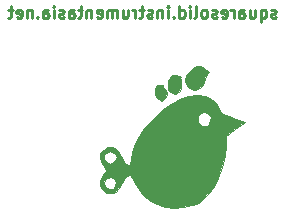
<source format=gbr>
G04 #@! TF.GenerationSoftware,KiCad,Pcbnew,(5.0.2-5)-5*
G04 #@! TF.CreationDate,2022-02-02T03:02:31+07:00*
G04 #@! TF.ProjectId,adjustable PSU,61646a75-7374-4616-926c-65205053552e,rev?*
G04 #@! TF.SameCoordinates,Original*
G04 #@! TF.FileFunction,Legend,Bot*
G04 #@! TF.FilePolarity,Positive*
%FSLAX46Y46*%
G04 Gerber Fmt 4.6, Leading zero omitted, Abs format (unit mm)*
G04 Created by KiCad (PCBNEW (5.0.2-5)-5) date 2022 February 02, Wednesday 03:02:31*
%MOMM*%
%LPD*%
G01*
G04 APERTURE LIST*
%ADD10C,0.250000*%
%ADD11C,0.150000*%
%ADD12C,0.010000*%
G04 APERTURE END LIST*
D10*
X197213714Y-80414761D02*
X197118476Y-80462380D01*
X196928000Y-80462380D01*
X196832761Y-80414761D01*
X196785142Y-80319523D01*
X196785142Y-80271904D01*
X196832761Y-80176666D01*
X196928000Y-80129047D01*
X197070857Y-80129047D01*
X197166095Y-80081428D01*
X197213714Y-79986190D01*
X197213714Y-79938571D01*
X197166095Y-79843333D01*
X197070857Y-79795714D01*
X196928000Y-79795714D01*
X196832761Y-79843333D01*
X195928000Y-79795714D02*
X195928000Y-80795714D01*
X195928000Y-80414761D02*
X196023238Y-80462380D01*
X196213714Y-80462380D01*
X196308952Y-80414761D01*
X196356571Y-80367142D01*
X196404190Y-80271904D01*
X196404190Y-79986190D01*
X196356571Y-79890952D01*
X196308952Y-79843333D01*
X196213714Y-79795714D01*
X196023238Y-79795714D01*
X195928000Y-79843333D01*
X195023238Y-79795714D02*
X195023238Y-80462380D01*
X195451809Y-79795714D02*
X195451809Y-80319523D01*
X195404190Y-80414761D01*
X195308952Y-80462380D01*
X195166095Y-80462380D01*
X195070857Y-80414761D01*
X195023238Y-80367142D01*
X194118476Y-80462380D02*
X194118476Y-79938571D01*
X194166095Y-79843333D01*
X194261333Y-79795714D01*
X194451809Y-79795714D01*
X194547047Y-79843333D01*
X194118476Y-80414761D02*
X194213714Y-80462380D01*
X194451809Y-80462380D01*
X194547047Y-80414761D01*
X194594666Y-80319523D01*
X194594666Y-80224285D01*
X194547047Y-80129047D01*
X194451809Y-80081428D01*
X194213714Y-80081428D01*
X194118476Y-80033809D01*
X193642285Y-80462380D02*
X193642285Y-79795714D01*
X193642285Y-79986190D02*
X193594666Y-79890952D01*
X193547047Y-79843333D01*
X193451809Y-79795714D01*
X193356571Y-79795714D01*
X192642285Y-80414761D02*
X192737523Y-80462380D01*
X192928000Y-80462380D01*
X193023238Y-80414761D01*
X193070857Y-80319523D01*
X193070857Y-79938571D01*
X193023238Y-79843333D01*
X192928000Y-79795714D01*
X192737523Y-79795714D01*
X192642285Y-79843333D01*
X192594666Y-79938571D01*
X192594666Y-80033809D01*
X193070857Y-80129047D01*
X192213714Y-80414761D02*
X192118476Y-80462380D01*
X191928000Y-80462380D01*
X191832761Y-80414761D01*
X191785142Y-80319523D01*
X191785142Y-80271904D01*
X191832761Y-80176666D01*
X191928000Y-80129047D01*
X192070857Y-80129047D01*
X192166095Y-80081428D01*
X192213714Y-79986190D01*
X192213714Y-79938571D01*
X192166095Y-79843333D01*
X192070857Y-79795714D01*
X191928000Y-79795714D01*
X191832761Y-79843333D01*
X191213714Y-80462380D02*
X191308952Y-80414761D01*
X191356571Y-80367142D01*
X191404190Y-80271904D01*
X191404190Y-79986190D01*
X191356571Y-79890952D01*
X191308952Y-79843333D01*
X191213714Y-79795714D01*
X191070857Y-79795714D01*
X190975619Y-79843333D01*
X190928000Y-79890952D01*
X190880380Y-79986190D01*
X190880380Y-80271904D01*
X190928000Y-80367142D01*
X190975619Y-80414761D01*
X191070857Y-80462380D01*
X191213714Y-80462380D01*
X190308952Y-80462380D02*
X190404190Y-80414761D01*
X190451809Y-80319523D01*
X190451809Y-79462380D01*
X189928000Y-80462380D02*
X189928000Y-79795714D01*
X189928000Y-79462380D02*
X189975619Y-79510000D01*
X189928000Y-79557619D01*
X189880380Y-79510000D01*
X189928000Y-79462380D01*
X189928000Y-79557619D01*
X189023238Y-80462380D02*
X189023238Y-79462380D01*
X189023238Y-80414761D02*
X189118476Y-80462380D01*
X189308952Y-80462380D01*
X189404190Y-80414761D01*
X189451809Y-80367142D01*
X189499428Y-80271904D01*
X189499428Y-79986190D01*
X189451809Y-79890952D01*
X189404190Y-79843333D01*
X189308952Y-79795714D01*
X189118476Y-79795714D01*
X189023238Y-79843333D01*
X188547047Y-80367142D02*
X188499428Y-80414761D01*
X188547047Y-80462380D01*
X188594666Y-80414761D01*
X188547047Y-80367142D01*
X188547047Y-80462380D01*
X188070857Y-80462380D02*
X188070857Y-79795714D01*
X188070857Y-79462380D02*
X188118476Y-79510000D01*
X188070857Y-79557619D01*
X188023238Y-79510000D01*
X188070857Y-79462380D01*
X188070857Y-79557619D01*
X187594666Y-79795714D02*
X187594666Y-80462380D01*
X187594666Y-79890952D02*
X187547047Y-79843333D01*
X187451809Y-79795714D01*
X187308952Y-79795714D01*
X187213714Y-79843333D01*
X187166095Y-79938571D01*
X187166095Y-80462380D01*
X186737523Y-80414761D02*
X186642285Y-80462380D01*
X186451809Y-80462380D01*
X186356571Y-80414761D01*
X186308952Y-80319523D01*
X186308952Y-80271904D01*
X186356571Y-80176666D01*
X186451809Y-80129047D01*
X186594666Y-80129047D01*
X186689904Y-80081428D01*
X186737523Y-79986190D01*
X186737523Y-79938571D01*
X186689904Y-79843333D01*
X186594666Y-79795714D01*
X186451809Y-79795714D01*
X186356571Y-79843333D01*
X186023238Y-79795714D02*
X185642285Y-79795714D01*
X185880380Y-79462380D02*
X185880380Y-80319523D01*
X185832761Y-80414761D01*
X185737523Y-80462380D01*
X185642285Y-80462380D01*
X185308952Y-80462380D02*
X185308952Y-79795714D01*
X185308952Y-79986190D02*
X185261333Y-79890952D01*
X185213714Y-79843333D01*
X185118476Y-79795714D01*
X185023238Y-79795714D01*
X184261333Y-79795714D02*
X184261333Y-80462380D01*
X184689904Y-79795714D02*
X184689904Y-80319523D01*
X184642285Y-80414761D01*
X184547047Y-80462380D01*
X184404190Y-80462380D01*
X184308952Y-80414761D01*
X184261333Y-80367142D01*
X183785142Y-80462380D02*
X183785142Y-79795714D01*
X183785142Y-79890952D02*
X183737523Y-79843333D01*
X183642285Y-79795714D01*
X183499428Y-79795714D01*
X183404190Y-79843333D01*
X183356571Y-79938571D01*
X183356571Y-80462380D01*
X183356571Y-79938571D02*
X183308952Y-79843333D01*
X183213714Y-79795714D01*
X183070857Y-79795714D01*
X182975619Y-79843333D01*
X182928000Y-79938571D01*
X182928000Y-80462380D01*
X182070857Y-80414761D02*
X182166095Y-80462380D01*
X182356571Y-80462380D01*
X182451809Y-80414761D01*
X182499428Y-80319523D01*
X182499428Y-79938571D01*
X182451809Y-79843333D01*
X182356571Y-79795714D01*
X182166095Y-79795714D01*
X182070857Y-79843333D01*
X182023238Y-79938571D01*
X182023238Y-80033809D01*
X182499428Y-80129047D01*
X181594666Y-79795714D02*
X181594666Y-80462380D01*
X181594666Y-79890952D02*
X181547047Y-79843333D01*
X181451809Y-79795714D01*
X181308952Y-79795714D01*
X181213714Y-79843333D01*
X181166095Y-79938571D01*
X181166095Y-80462380D01*
X180832761Y-79795714D02*
X180451809Y-79795714D01*
X180689904Y-79462380D02*
X180689904Y-80319523D01*
X180642285Y-80414761D01*
X180547047Y-80462380D01*
X180451809Y-80462380D01*
X179689904Y-80462380D02*
X179689904Y-79938571D01*
X179737523Y-79843333D01*
X179832761Y-79795714D01*
X180023238Y-79795714D01*
X180118476Y-79843333D01*
X179689904Y-80414761D02*
X179785142Y-80462380D01*
X180023238Y-80462380D01*
X180118476Y-80414761D01*
X180166095Y-80319523D01*
X180166095Y-80224285D01*
X180118476Y-80129047D01*
X180023238Y-80081428D01*
X179785142Y-80081428D01*
X179689904Y-80033809D01*
X179261333Y-80414761D02*
X179166095Y-80462380D01*
X178975619Y-80462380D01*
X178880380Y-80414761D01*
X178832761Y-80319523D01*
X178832761Y-80271904D01*
X178880380Y-80176666D01*
X178975619Y-80129047D01*
X179118476Y-80129047D01*
X179213714Y-80081428D01*
X179261333Y-79986190D01*
X179261333Y-79938571D01*
X179213714Y-79843333D01*
X179118476Y-79795714D01*
X178975619Y-79795714D01*
X178880380Y-79843333D01*
X178404190Y-80462380D02*
X178404190Y-79795714D01*
X178404190Y-79462380D02*
X178451809Y-79510000D01*
X178404190Y-79557619D01*
X178356571Y-79510000D01*
X178404190Y-79462380D01*
X178404190Y-79557619D01*
X177499428Y-80462380D02*
X177499428Y-79938571D01*
X177547047Y-79843333D01*
X177642285Y-79795714D01*
X177832761Y-79795714D01*
X177928000Y-79843333D01*
X177499428Y-80414761D02*
X177594666Y-80462380D01*
X177832761Y-80462380D01*
X177928000Y-80414761D01*
X177975619Y-80319523D01*
X177975619Y-80224285D01*
X177928000Y-80129047D01*
X177832761Y-80081428D01*
X177594666Y-80081428D01*
X177499428Y-80033809D01*
X177023238Y-80367142D02*
X176975619Y-80414761D01*
X177023238Y-80462380D01*
X177070857Y-80414761D01*
X177023238Y-80367142D01*
X177023238Y-80462380D01*
X176547047Y-79795714D02*
X176547047Y-80462380D01*
X176547047Y-79890952D02*
X176499428Y-79843333D01*
X176404190Y-79795714D01*
X176261333Y-79795714D01*
X176166095Y-79843333D01*
X176118476Y-79938571D01*
X176118476Y-80462380D01*
X175261333Y-80414761D02*
X175356571Y-80462380D01*
X175547047Y-80462380D01*
X175642285Y-80414761D01*
X175689904Y-80319523D01*
X175689904Y-79938571D01*
X175642285Y-79843333D01*
X175547047Y-79795714D01*
X175356571Y-79795714D01*
X175261333Y-79843333D01*
X175213714Y-79938571D01*
X175213714Y-80033809D01*
X175689904Y-80129047D01*
X174928000Y-79795714D02*
X174547047Y-79795714D01*
X174785142Y-79462380D02*
X174785142Y-80319523D01*
X174737523Y-80414761D01*
X174642285Y-80462380D01*
X174547047Y-80462380D01*
D11*
G04 #@! TO.C,G\002A\002A\002A*
X187505927Y-86334600D02*
G75*
G03X187505927Y-86334600I-104727J0D01*
G01*
D12*
G36*
X190180481Y-84715125D02*
X190154702Y-84732182D01*
X189829199Y-85019315D01*
X189596934Y-85360975D01*
X189488302Y-85709387D01*
X189484000Y-85786367D01*
X189556701Y-86109899D01*
X189748099Y-86359269D01*
X190018138Y-86518389D01*
X190326760Y-86571166D01*
X190633908Y-86501512D01*
X190859363Y-86338834D01*
X191012934Y-86113613D01*
X191143621Y-85814856D01*
X191182340Y-85682667D01*
X191267149Y-85414461D01*
X191369450Y-85206494D01*
X191420970Y-85143784D01*
X191505552Y-85043315D01*
X191449372Y-84987520D01*
X191323843Y-84913611D01*
X190923333Y-84955484D01*
X190855163Y-85072116D01*
X190789278Y-85047667D01*
X190690532Y-84998438D01*
X190688736Y-84947125D01*
X190773009Y-84835317D01*
X190893700Y-84836000D01*
X190969900Y-84937600D01*
X191260528Y-84924900D01*
X191315135Y-84908484D01*
X191127988Y-84767702D01*
X191098483Y-84743235D01*
X190807676Y-84574384D01*
X190509940Y-84565111D01*
X190180481Y-84715125D01*
X190180481Y-84715125D01*
G37*
X190180481Y-84715125D02*
X190154702Y-84732182D01*
X189829199Y-85019315D01*
X189596934Y-85360975D01*
X189488302Y-85709387D01*
X189484000Y-85786367D01*
X189556701Y-86109899D01*
X189748099Y-86359269D01*
X190018138Y-86518389D01*
X190326760Y-86571166D01*
X190633908Y-86501512D01*
X190859363Y-86338834D01*
X191012934Y-86113613D01*
X191143621Y-85814856D01*
X191182340Y-85682667D01*
X191267149Y-85414461D01*
X191369450Y-85206494D01*
X191420970Y-85143784D01*
X191505552Y-85043315D01*
X191449372Y-84987520D01*
X191323843Y-84913611D01*
X190923333Y-84955484D01*
X190855163Y-85072116D01*
X190789278Y-85047667D01*
X190690532Y-84998438D01*
X190688736Y-84947125D01*
X190773009Y-84835317D01*
X190893700Y-84836000D01*
X190969900Y-84937600D01*
X191260528Y-84924900D01*
X191315135Y-84908484D01*
X191127988Y-84767702D01*
X191098483Y-84743235D01*
X190807676Y-84574384D01*
X190509940Y-84565111D01*
X190180481Y-84715125D01*
G36*
X188357575Y-85377431D02*
X188219252Y-85571992D01*
X188108168Y-85836249D01*
X188048955Y-86121105D01*
X188044983Y-86205688D01*
X188071665Y-86471586D01*
X188173861Y-86650536D01*
X188267751Y-86734855D01*
X188470862Y-86869252D01*
X188645582Y-86893125D01*
X188870855Y-86822774D01*
X189090717Y-86650332D01*
X189198318Y-86371336D01*
X189182552Y-86015026D01*
X189180758Y-86006646D01*
X189138136Y-85759969D01*
X189103000Y-85572600D01*
X189103000Y-85547200D01*
X188806666Y-85555667D01*
X188738090Y-85630781D01*
X188679666Y-85640334D01*
X188566995Y-85594616D01*
X188552666Y-85555667D01*
X188621243Y-85480552D01*
X188691064Y-85448141D01*
X188803736Y-85493859D01*
X188806666Y-85555667D01*
X189103000Y-85547200D01*
X189103000Y-85521800D01*
X189153801Y-85445600D01*
X188995512Y-85423717D01*
X188782948Y-85289682D01*
X188508653Y-85298149D01*
X188357575Y-85377431D01*
X188357575Y-85377431D01*
G37*
X188357575Y-85377431D02*
X188219252Y-85571992D01*
X188108168Y-85836249D01*
X188048955Y-86121105D01*
X188044983Y-86205688D01*
X188071665Y-86471586D01*
X188173861Y-86650536D01*
X188267751Y-86734855D01*
X188470862Y-86869252D01*
X188645582Y-86893125D01*
X188870855Y-86822774D01*
X189090717Y-86650332D01*
X189198318Y-86371336D01*
X189182552Y-86015026D01*
X189180758Y-86006646D01*
X189138136Y-85759969D01*
X189103000Y-85572600D01*
X189103000Y-85547200D01*
X188806666Y-85555667D01*
X188738090Y-85630781D01*
X188679666Y-85640334D01*
X188566995Y-85594616D01*
X188552666Y-85555667D01*
X188621243Y-85480552D01*
X188691064Y-85448141D01*
X188803736Y-85493859D01*
X188806666Y-85555667D01*
X189103000Y-85547200D01*
X189103000Y-85521800D01*
X189153801Y-85445600D01*
X188995512Y-85423717D01*
X188782948Y-85289682D01*
X188508653Y-85298149D01*
X188357575Y-85377431D01*
G36*
X187375800Y-86156800D02*
X187217546Y-86183981D01*
X187068840Y-86280083D01*
X187049833Y-86301328D01*
X186950935Y-86545319D01*
X186950953Y-86849298D01*
X187042514Y-87141432D01*
X187151818Y-87295182D01*
X187361212Y-87461898D01*
X187546858Y-87486448D01*
X187765283Y-87375762D01*
X187771828Y-87371199D01*
X187920228Y-87173576D01*
X187954542Y-86904340D01*
X187873606Y-86618062D01*
X187790666Y-86487000D01*
X187734483Y-86402334D01*
X187477400Y-86334600D01*
X187350400Y-86410800D01*
X187299600Y-86436200D01*
X187257711Y-86427671D01*
X187240333Y-86402334D01*
X187247046Y-86324315D01*
X187383491Y-86253070D01*
X187469709Y-86314530D01*
X187452000Y-86334600D01*
X187734483Y-86402334D01*
X187655200Y-86309200D01*
X187629800Y-86233000D01*
X187623216Y-86181241D01*
X187528200Y-86182200D01*
X187401200Y-86156800D01*
X187375800Y-86156800D01*
G37*
X187375800Y-86156800D02*
X187217546Y-86183981D01*
X187068840Y-86280083D01*
X187049833Y-86301328D01*
X186950935Y-86545319D01*
X186950953Y-86849298D01*
X187042514Y-87141432D01*
X187151818Y-87295182D01*
X187361212Y-87461898D01*
X187546858Y-87486448D01*
X187765283Y-87375762D01*
X187771828Y-87371199D01*
X187920228Y-87173576D01*
X187954542Y-86904340D01*
X187873606Y-86618062D01*
X187790666Y-86487000D01*
X187734483Y-86402334D01*
X187477400Y-86334600D01*
X187350400Y-86410800D01*
X187299600Y-86436200D01*
X187257711Y-86427671D01*
X187240333Y-86402334D01*
X187247046Y-86324315D01*
X187383491Y-86253070D01*
X187469709Y-86314530D01*
X187452000Y-86334600D01*
X187734483Y-86402334D01*
X187655200Y-86309200D01*
X187629800Y-86233000D01*
X187623216Y-86181241D01*
X187528200Y-86182200D01*
X187401200Y-86156800D01*
X187375800Y-86156800D01*
G36*
X189802469Y-87077507D02*
X189056037Y-87322662D01*
X188295202Y-87729503D01*
X187525758Y-88295209D01*
X187115411Y-88659450D01*
X186517860Y-89281245D01*
X185993847Y-89945272D01*
X185557386Y-90626483D01*
X185222488Y-91299831D01*
X185003164Y-91940267D01*
X184913425Y-92522744D01*
X184912000Y-92598367D01*
X184895705Y-92814715D01*
X184832137Y-92907232D01*
X184748714Y-92921667D01*
X184543073Y-92855493D01*
X184345073Y-92648590D01*
X184143519Y-92288388D01*
X184142736Y-92286667D01*
X183726666Y-92286667D01*
X183659309Y-92459319D01*
X183496668Y-92645572D01*
X183297888Y-92789562D01*
X183143993Y-92837000D01*
X182978653Y-92774166D01*
X182808058Y-92622136D01*
X182801478Y-92613915D01*
X182679880Y-92425806D01*
X182626138Y-92276331D01*
X182626000Y-92271400D01*
X182690369Y-92116667D01*
X182844155Y-91937726D01*
X183028372Y-91791925D01*
X183176333Y-91736334D01*
X183324647Y-91792670D01*
X183504114Y-91929741D01*
X183518848Y-91944152D01*
X183660756Y-92122574D01*
X183726168Y-92276828D01*
X183726666Y-92286667D01*
X184142736Y-92286667D01*
X184100322Y-92193515D01*
X183858724Y-91778312D01*
X183574926Y-91510657D01*
X183263880Y-91395531D01*
X182940538Y-91437913D01*
X182619852Y-91642783D01*
X182575200Y-91685533D01*
X182356016Y-91973246D01*
X182284779Y-92267041D01*
X182361622Y-92592250D01*
X182581832Y-92967413D01*
X182742573Y-93203605D01*
X182813285Y-93351846D01*
X182807176Y-93458408D01*
X182749212Y-93553816D01*
X182470534Y-93968939D01*
X182317949Y-94303602D01*
X182287467Y-94585749D01*
X182375096Y-94843327D01*
X182534388Y-95058164D01*
X182727312Y-95240253D01*
X182924140Y-95319388D01*
X183160499Y-95334667D01*
X183454418Y-95302962D01*
X183684247Y-95190397D01*
X183880570Y-94970795D01*
X184073970Y-94617979D01*
X184123374Y-94510518D01*
X184166052Y-94436324D01*
X183675970Y-94436324D01*
X183620510Y-94705799D01*
X183533823Y-94847834D01*
X183398573Y-94920807D01*
X183182196Y-94953536D01*
X183167918Y-94953667D01*
X182916429Y-94906432D01*
X182745618Y-94742617D01*
X182652691Y-94477005D01*
X182698491Y-94223226D01*
X182870630Y-94033892D01*
X182918425Y-94008709D01*
X183204460Y-93949539D01*
X183442816Y-94023928D01*
X183608362Y-94197612D01*
X183675970Y-94436324D01*
X184166052Y-94436324D01*
X184335267Y-94142153D01*
X184579656Y-93888285D01*
X184831895Y-93772806D01*
X184888955Y-93768334D01*
X184954021Y-93840307D01*
X185061112Y-94030279D01*
X185188614Y-94299330D01*
X185206319Y-94339834D01*
X185518550Y-94902748D01*
X185904157Y-95386400D01*
X186463519Y-95857855D01*
X187122517Y-96214826D01*
X187849754Y-96450087D01*
X188613835Y-96556413D01*
X189383364Y-96526579D01*
X190118411Y-96356276D01*
X190423244Y-96241251D01*
X190664689Y-96113678D01*
X190893599Y-95938587D01*
X191160823Y-95681007D01*
X191279755Y-95557620D01*
X191844346Y-94848872D01*
X192304893Y-94027453D01*
X192650652Y-93122003D01*
X192870878Y-92161162D01*
X192954826Y-91173572D01*
X192955333Y-91091380D01*
X192955333Y-90477526D01*
X193764692Y-89887227D01*
X194574052Y-89296928D01*
X194124526Y-89133304D01*
X193600071Y-88942355D01*
X193576099Y-88933470D01*
X191680953Y-88933470D01*
X191662553Y-89198631D01*
X191574546Y-89426869D01*
X191545211Y-89464833D01*
X191332343Y-89588436D01*
X191060136Y-89610117D01*
X190805522Y-89528470D01*
X190739500Y-89479545D01*
X190619326Y-89271206D01*
X190588725Y-88991535D01*
X190654736Y-88717056D01*
X190667100Y-88692506D01*
X190835930Y-88535756D01*
X191081355Y-88478479D01*
X191344290Y-88518837D01*
X191565647Y-88654990D01*
X191620537Y-88722175D01*
X191680953Y-88933470D01*
X193576099Y-88933470D01*
X193211306Y-88798263D01*
X192935162Y-88688987D01*
X192748569Y-88602486D01*
X192628457Y-88526721D01*
X192551756Y-88449651D01*
X192495396Y-88359235D01*
X192442432Y-88255393D01*
X192094204Y-87715252D01*
X191676233Y-87328145D01*
X191182926Y-87090393D01*
X190608690Y-86998318D01*
X190528710Y-86996860D01*
X189802469Y-87077507D01*
X189802469Y-87077507D01*
G37*
X189802469Y-87077507D02*
X189056037Y-87322662D01*
X188295202Y-87729503D01*
X187525758Y-88295209D01*
X187115411Y-88659450D01*
X186517860Y-89281245D01*
X185993847Y-89945272D01*
X185557386Y-90626483D01*
X185222488Y-91299831D01*
X185003164Y-91940267D01*
X184913425Y-92522744D01*
X184912000Y-92598367D01*
X184895705Y-92814715D01*
X184832137Y-92907232D01*
X184748714Y-92921667D01*
X184543073Y-92855493D01*
X184345073Y-92648590D01*
X184143519Y-92288388D01*
X184142736Y-92286667D01*
X183726666Y-92286667D01*
X183659309Y-92459319D01*
X183496668Y-92645572D01*
X183297888Y-92789562D01*
X183143993Y-92837000D01*
X182978653Y-92774166D01*
X182808058Y-92622136D01*
X182801478Y-92613915D01*
X182679880Y-92425806D01*
X182626138Y-92276331D01*
X182626000Y-92271400D01*
X182690369Y-92116667D01*
X182844155Y-91937726D01*
X183028372Y-91791925D01*
X183176333Y-91736334D01*
X183324647Y-91792670D01*
X183504114Y-91929741D01*
X183518848Y-91944152D01*
X183660756Y-92122574D01*
X183726168Y-92276828D01*
X183726666Y-92286667D01*
X184142736Y-92286667D01*
X184100322Y-92193515D01*
X183858724Y-91778312D01*
X183574926Y-91510657D01*
X183263880Y-91395531D01*
X182940538Y-91437913D01*
X182619852Y-91642783D01*
X182575200Y-91685533D01*
X182356016Y-91973246D01*
X182284779Y-92267041D01*
X182361622Y-92592250D01*
X182581832Y-92967413D01*
X182742573Y-93203605D01*
X182813285Y-93351846D01*
X182807176Y-93458408D01*
X182749212Y-93553816D01*
X182470534Y-93968939D01*
X182317949Y-94303602D01*
X182287467Y-94585749D01*
X182375096Y-94843327D01*
X182534388Y-95058164D01*
X182727312Y-95240253D01*
X182924140Y-95319388D01*
X183160499Y-95334667D01*
X183454418Y-95302962D01*
X183684247Y-95190397D01*
X183880570Y-94970795D01*
X184073970Y-94617979D01*
X184123374Y-94510518D01*
X184166052Y-94436324D01*
X183675970Y-94436324D01*
X183620510Y-94705799D01*
X183533823Y-94847834D01*
X183398573Y-94920807D01*
X183182196Y-94953536D01*
X183167918Y-94953667D01*
X182916429Y-94906432D01*
X182745618Y-94742617D01*
X182652691Y-94477005D01*
X182698491Y-94223226D01*
X182870630Y-94033892D01*
X182918425Y-94008709D01*
X183204460Y-93949539D01*
X183442816Y-94023928D01*
X183608362Y-94197612D01*
X183675970Y-94436324D01*
X184166052Y-94436324D01*
X184335267Y-94142153D01*
X184579656Y-93888285D01*
X184831895Y-93772806D01*
X184888955Y-93768334D01*
X184954021Y-93840307D01*
X185061112Y-94030279D01*
X185188614Y-94299330D01*
X185206319Y-94339834D01*
X185518550Y-94902748D01*
X185904157Y-95386400D01*
X186463519Y-95857855D01*
X187122517Y-96214826D01*
X187849754Y-96450087D01*
X188613835Y-96556413D01*
X189383364Y-96526579D01*
X190118411Y-96356276D01*
X190423244Y-96241251D01*
X190664689Y-96113678D01*
X190893599Y-95938587D01*
X191160823Y-95681007D01*
X191279755Y-95557620D01*
X191844346Y-94848872D01*
X192304893Y-94027453D01*
X192650652Y-93122003D01*
X192870878Y-92161162D01*
X192954826Y-91173572D01*
X192955333Y-91091380D01*
X192955333Y-90477526D01*
X193764692Y-89887227D01*
X194574052Y-89296928D01*
X194124526Y-89133304D01*
X193600071Y-88942355D01*
X193576099Y-88933470D01*
X191680953Y-88933470D01*
X191662553Y-89198631D01*
X191574546Y-89426869D01*
X191545211Y-89464833D01*
X191332343Y-89588436D01*
X191060136Y-89610117D01*
X190805522Y-89528470D01*
X190739500Y-89479545D01*
X190619326Y-89271206D01*
X190588725Y-88991535D01*
X190654736Y-88717056D01*
X190667100Y-88692506D01*
X190835930Y-88535756D01*
X191081355Y-88478479D01*
X191344290Y-88518837D01*
X191565647Y-88654990D01*
X191620537Y-88722175D01*
X191680953Y-88933470D01*
X193576099Y-88933470D01*
X193211306Y-88798263D01*
X192935162Y-88688987D01*
X192748569Y-88602486D01*
X192628457Y-88526721D01*
X192551756Y-88449651D01*
X192495396Y-88359235D01*
X192442432Y-88255393D01*
X192094204Y-87715252D01*
X191676233Y-87328145D01*
X191182926Y-87090393D01*
X190608690Y-86998318D01*
X190528710Y-86996860D01*
X189802469Y-87077507D01*
D11*
X190989562Y-84937600D02*
G75*
G03X190989562Y-84937600I-172436J0D01*
G01*
X188851515Y-85547200D02*
G75*
G03X188851515Y-85547200I-129515J0D01*
G01*
G04 #@! TD*
M02*

</source>
